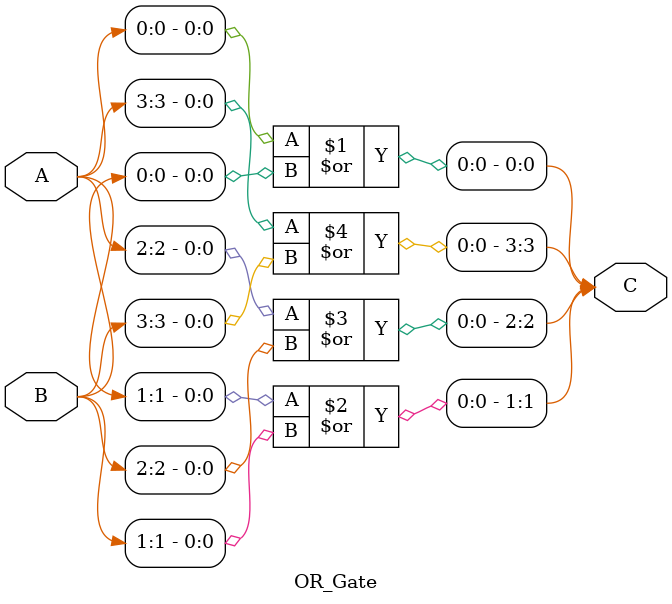
<source format=v>
module OR_Gate(input [3:0] A , input [3:0] B ,
output [3:0] C);

or(C[0] , A[0] , B[0]);
or(C[1] , A[1] , B[1]);
or(C[2] , A[2] , B[2]);
or(C[3] , A[3] , B[3]);

endmodule 
</source>
